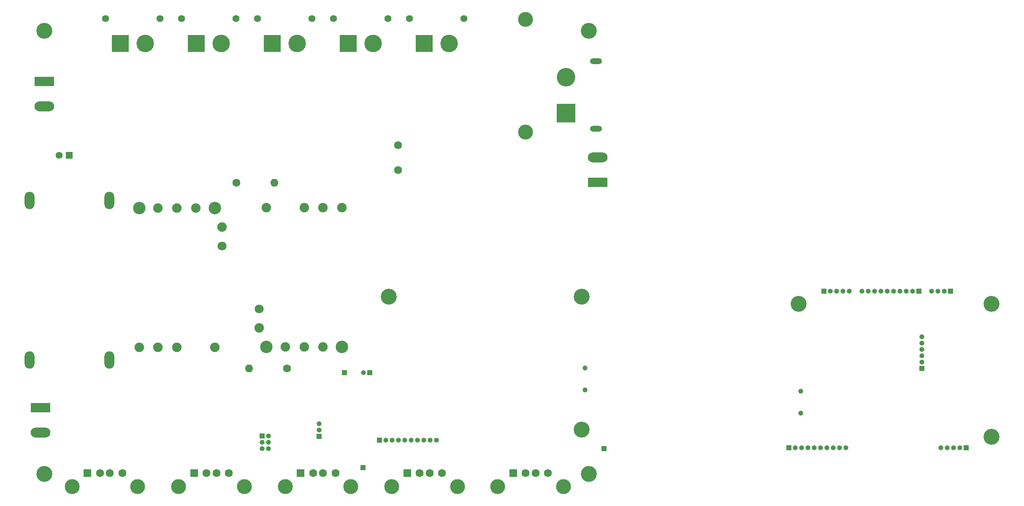
<source format=gbr>
%TF.GenerationSoftware,KiCad,Pcbnew,(6.0.0)*%
%TF.CreationDate,2022-02-25T16:17:33+00:00*%
%TF.ProjectId,ISOpower,49534f70-6f77-4657-922e-6b696361645f,rev?*%
%TF.SameCoordinates,Original*%
%TF.FileFunction,Soldermask,Bot*%
%TF.FilePolarity,Negative*%
%FSLAX46Y46*%
G04 Gerber Fmt 4.6, Leading zero omitted, Abs format (unit mm)*
G04 Created by KiCad (PCBNEW (6.0.0)) date 2022-02-25 16:17:33*
%MOMM*%
%LPD*%
G01*
G04 APERTURE LIST*
%ADD10C,3.716000*%
%ADD11R,3.716000X3.716000*%
%ADD12O,2.400000X1.200000*%
%ADD13R,1.600000X1.500000*%
%ADD14C,1.600000*%
%ADD15C,3.000000*%
%ADD16R,1.000000X1.000000*%
%ADD17O,1.000000X1.000000*%
%ADD18C,1.400000*%
%ADD19R,3.500000X3.500000*%
%ADD20C,3.500000*%
%ADD21C,3.200000*%
%ADD22C,1.000000*%
%ADD23O,1.600000X1.600000*%
%ADD24R,3.960000X1.980000*%
%ADD25O,3.960000X1.980000*%
%ADD26C,1.900000*%
%ADD27C,1.800000*%
%ADD28C,2.500000*%
%ADD29O,2.000000X3.500000*%
%ADD30R,1.400000X1.400000*%
G04 APERTURE END LIST*
D10*
%TO.C,J1*%
X167454511Y-54899511D03*
D11*
X167454511Y-62099511D03*
D12*
X173454511Y-65249511D03*
X173454511Y-51749511D03*
%TD*%
D13*
%TO.C,J12*%
X135599511Y-134319511D03*
D14*
X138099511Y-134319511D03*
X140099511Y-134319511D03*
X142599511Y-134319511D03*
D15*
X145669511Y-137029511D03*
X132529511Y-137029511D03*
%TD*%
D16*
%TO.C,J2*%
X247742500Y-129225000D03*
D17*
X246472500Y-129225000D03*
X245202500Y-129225000D03*
X243932500Y-129225000D03*
X242662500Y-129225000D03*
%TD*%
D18*
%TO.C,J15*%
X90284511Y-43129511D03*
X101284511Y-43129511D03*
D19*
X93284511Y-48129511D03*
D20*
X98284511Y-48129511D03*
%TD*%
D21*
%TO.C,H10*%
X252812500Y-127087500D03*
%TD*%
D22*
%TO.C,J20*%
X214552500Y-122302500D03*
X214552500Y-117902500D03*
%TD*%
D14*
%TO.C,R7*%
X101304511Y-76069511D03*
D23*
X108924511Y-76069511D03*
%TD*%
D16*
%TO.C,J8*%
X106494511Y-126869511D03*
D17*
X107764511Y-126869511D03*
X106494511Y-128139511D03*
X107764511Y-128139511D03*
X106494511Y-129409511D03*
X107764511Y-129409511D03*
%TD*%
%TO.C,J25*%
X126814511Y-114169511D03*
D16*
X128084511Y-114169511D03*
%TD*%
D21*
%TO.C,H1*%
X62804511Y-134489511D03*
%TD*%
D24*
%TO.C,J21*%
X173804511Y-75989511D03*
D25*
X173804511Y-70989511D03*
%TD*%
D26*
%TO.C,U5*%
X85624511Y-109089511D03*
X98424511Y-84989511D03*
D27*
X98424511Y-88789511D03*
D28*
X81824511Y-81189511D03*
D26*
X85624511Y-81189511D03*
X89424511Y-81189511D03*
X93224511Y-81189511D03*
D28*
X97024511Y-81189511D03*
D26*
X97024511Y-109089511D03*
X89424511Y-109089511D03*
X81824511Y-109089511D03*
%TD*%
D18*
%TO.C,J14*%
X75044511Y-43129511D03*
X86044511Y-43129511D03*
D19*
X78044511Y-48129511D03*
D20*
X83044511Y-48129511D03*
%TD*%
D18*
%TO.C,J18*%
X147004511Y-43129511D03*
X136004511Y-43129511D03*
D19*
X139004511Y-48129511D03*
D20*
X144004511Y-48129511D03*
%TD*%
D16*
%TO.C,J24*%
X123004511Y-114169511D03*
%TD*%
D24*
%TO.C,J22*%
X62804511Y-55749511D03*
D25*
X62804511Y-60749511D03*
%TD*%
D21*
%TO.C,H3*%
X172024511Y-134489511D03*
%TD*%
D16*
%TO.C,J7*%
X219147500Y-97877500D03*
D17*
X220417500Y-97877500D03*
X221687500Y-97877500D03*
X222957500Y-97877500D03*
X224227500Y-97877500D03*
%TD*%
D13*
%TO.C,J13*%
X156849506Y-134319511D03*
D14*
X159349506Y-134319511D03*
X161349506Y-134319511D03*
X163849506Y-134319511D03*
D15*
X153779506Y-137029511D03*
X166919506Y-137029511D03*
%TD*%
D26*
%TO.C,U4*%
X122524511Y-81119511D03*
X114924511Y-81119511D03*
X107324511Y-81119511D03*
D28*
X107324511Y-109019511D03*
D26*
X111124511Y-109019511D03*
X114924511Y-109019511D03*
X118724511Y-109019511D03*
D28*
X122524511Y-109019511D03*
D27*
X105924511Y-101419511D03*
D26*
X105924511Y-105219511D03*
X118724511Y-81119511D03*
%TD*%
D21*
%TO.C,H5*%
X252812500Y-100417500D03*
%TD*%
D16*
%TO.C,J3*%
X244557500Y-97877500D03*
D17*
X243287500Y-97877500D03*
X242017500Y-97877500D03*
X240747500Y-97877500D03*
%TD*%
D14*
%TO.C,C19*%
X133799511Y-73529511D03*
X133799511Y-68529511D03*
%TD*%
D21*
%TO.C,H7*%
X131894511Y-98929511D03*
%TD*%
D29*
%TO.C,M1*%
X59809511Y-111629511D03*
X75809511Y-111629511D03*
X59809511Y-79629511D03*
X75809511Y-79629511D03*
D30*
X67809511Y-70629511D03*
D18*
X65809511Y-70629511D03*
%TD*%
D13*
%TO.C,J10*%
X92834511Y-134319511D03*
D14*
X95334511Y-134319511D03*
X97334511Y-134319511D03*
X99834511Y-134319511D03*
D15*
X102904511Y-137029511D03*
X89764511Y-137029511D03*
%TD*%
D16*
%TO.C,J6*%
X117924511Y-126954511D03*
D17*
X117924511Y-125684511D03*
X117924511Y-124414511D03*
%TD*%
D14*
%TO.C,R6*%
X111464511Y-113369511D03*
D23*
X103844511Y-113369511D03*
%TD*%
D16*
%TO.C,J26*%
X175074511Y-129409511D03*
%TD*%
D18*
%TO.C,J17*%
X120764511Y-43129511D03*
X131764511Y-43129511D03*
D19*
X123764511Y-48129511D03*
D20*
X128764511Y-48129511D03*
%TD*%
D21*
%TO.C,H8*%
X170629511Y-125599511D03*
%TD*%
D18*
%TO.C,J16*%
X116524511Y-43129511D03*
X105524511Y-43129511D03*
D19*
X108524511Y-48129511D03*
D20*
X113524511Y-48129511D03*
%TD*%
D13*
%TO.C,J9*%
X71464511Y-134319511D03*
D14*
X73964511Y-134319511D03*
X75964511Y-134319511D03*
X78464511Y-134319511D03*
D15*
X68394511Y-137029511D03*
X81534511Y-137029511D03*
%TD*%
D16*
%TO.C,J30*%
X126704511Y-133219511D03*
%TD*%
%TO.C,J29*%
X130004511Y-127747783D03*
D17*
X131274511Y-127747783D03*
X132544511Y-127747783D03*
X133814511Y-127747783D03*
X135084511Y-127747783D03*
X136354511Y-127747783D03*
X137624511Y-127747783D03*
X138894511Y-127747783D03*
X140164511Y-127747783D03*
X141434511Y-127747783D03*
%TD*%
D16*
%TO.C,J5*%
X238207500Y-97877500D03*
D17*
X236937500Y-97877500D03*
X235667500Y-97877500D03*
X234397500Y-97877500D03*
X233127500Y-97877500D03*
X231857500Y-97877500D03*
X230587500Y-97877500D03*
X229317500Y-97877500D03*
X228047500Y-97877500D03*
X226777500Y-97877500D03*
%TD*%
D15*
%TO.C,F1*%
X159324511Y-43309511D03*
X159324511Y-65909511D03*
%TD*%
D21*
%TO.C,H4*%
X62804511Y-45589511D03*
%TD*%
D16*
%TO.C,J4*%
X238842500Y-113350000D03*
D17*
X238842500Y-112080000D03*
X238842500Y-110810000D03*
X238842500Y-109540000D03*
X238842500Y-108270000D03*
X238842500Y-107000000D03*
%TD*%
D22*
%TO.C,J31*%
X171264511Y-117639511D03*
X171264511Y-113239511D03*
%TD*%
D21*
%TO.C,H6*%
X214077500Y-100417500D03*
%TD*%
D24*
%TO.C,J23*%
X62044511Y-121234511D03*
D25*
X62044511Y-126234511D03*
%TD*%
D21*
%TO.C,H2*%
X172024511Y-45589511D03*
%TD*%
D13*
%TO.C,J11*%
X114204511Y-134319511D03*
D14*
X116704511Y-134319511D03*
X118704511Y-134319511D03*
X121204511Y-134319511D03*
D15*
X111134511Y-137029511D03*
X124274511Y-137029511D03*
%TD*%
D21*
%TO.C,H9*%
X170629511Y-98929511D03*
%TD*%
D16*
%TO.C,J19*%
X212172500Y-129225000D03*
D17*
X213442500Y-129225000D03*
X214712500Y-129225000D03*
X215982500Y-129225000D03*
X217252500Y-129225000D03*
X218522500Y-129225000D03*
X219792500Y-129225000D03*
X221062500Y-129225000D03*
X222332500Y-129225000D03*
X223602500Y-129225000D03*
%TD*%
M02*

</source>
